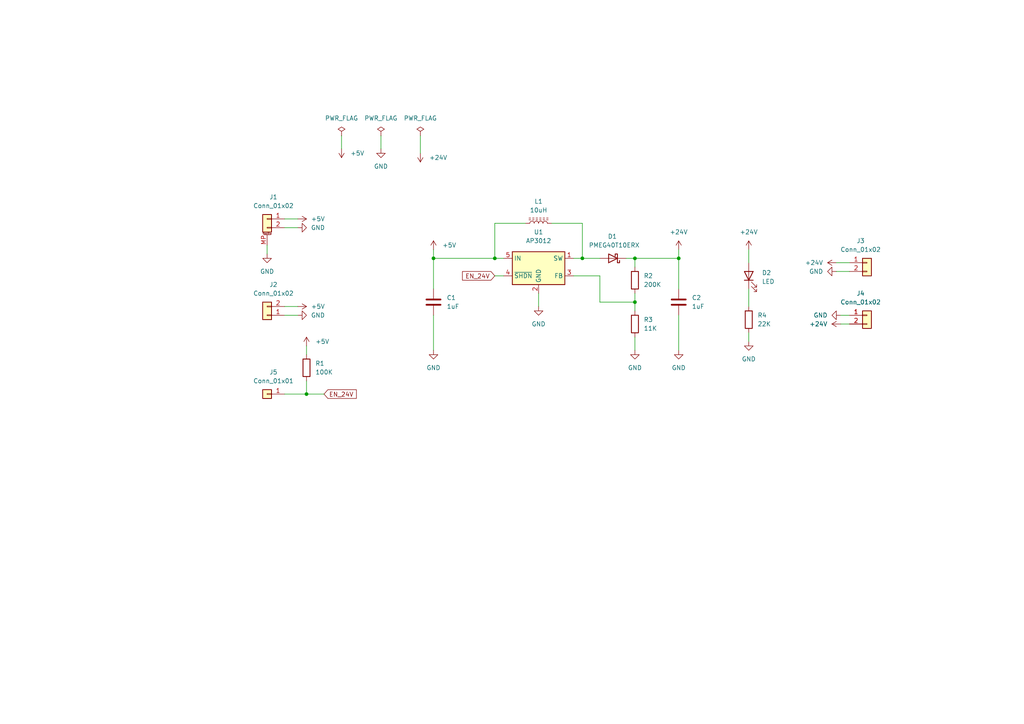
<source format=kicad_sch>
(kicad_sch (version 20211123) (generator eeschema)
  (paper "A4")
  (title_block (title "mod_boost_ap3012") (date "2022-01-08") (rev "v1.0") (company "Antoine163"))
  (lib_symbols
    (symbol "Connector_Generic:Conn_01x01" (pin_names (offset 1.016) hide)
      (property "Reference" "J" (at 0 2.54 0))
      (property "Value" "Conn_01x01" (at 0 -2.54 0))
      (symbol "Conn_01x01_1_1"
        (rectangle (start -1.27 0.127) (end 0 -0.127) (stroke (width 0.1524)))
        (rectangle (start -1.27 1.27) (end 1.27 -1.27) (stroke (width 0.254)) (fill (type background)))
        (pin passive line (at -5.08 0 0) (length 3.81) (name "Pin_1") (number "1"))
      )
    )
    (symbol "Connector_Generic:Conn_01x02" (pin_names (offset 1.016) hide)
      (property "Reference" "J" (at 0 2.54 0))
      (property "Value" "Conn_01x02" (at 0 -5.08 0))
      (symbol "Conn_01x02_1_1"
        (rectangle (start -1.27 -2.413) (end 0 -2.667) (stroke (width 0.1524)))
        (rectangle (start -1.27 0.127) (end 0 -0.127) (stroke (width 0.1524)))
        (rectangle (start -1.27 1.27) (end 1.27 -3.81) (stroke (width 0.254)) (fill (type background)))
        (pin passive line (at -5.08 0 0) (length 3.81) (name "Pin_1") (number "1"))
        (pin passive line (at -5.08 -2.54 0) (length 3.81) (name "Pin_2") (number "2"))
      )
    )
    (symbol "Connector_Generic_MountingPin:Conn_01x02_MountingPin" (pin_names (offset 1.016) hide)
      (property "Reference" "J" (at 0 2.54 0))
      (property "Value" "Conn_01x02_MountingPin" (at 1.27 -5.08 0))
      (symbol "Conn_01x02_MountingPin_1_1"
        (rectangle (start -1.27 -2.413) (end 0 -2.667) (stroke (width 0.1524)))
        (rectangle (start -1.27 0.127) (end 0 -0.127) (stroke (width 0.1524)))
        (rectangle (start -1.27 1.27) (end 1.27 -3.81) (stroke (width 0.254)) (fill (type background)))
        (polyline (pts (xy -1.016 -4.572) (xy 1.016 -4.572)) (stroke (width 0.1524)))
        (text "Mounting" (at 0 -4.191 0) (effects (font (size 0.381 0.381))))
        (pin passive line (at -5.08 0 0) (length 3.81) (name "Pin_1") (number "1"))
        (pin passive line (at -5.08 -2.54 0) (length 3.81) (name "Pin_2") (number "2"))
        (pin passive line (at 0 -7.62 90) (length 3.048) (name "MountPin") (number "MP"))
      )
    )
    (symbol "Device:C" (pin_numbers hide) (pin_names (offset 0.254))
      (property "Reference" "C" (at 0.635 2.54 0))
      (property "Value" "C" (at 0.635 -2.54 0))
      (symbol "C_0_1"
        (polyline (pts (xy -2.032 -0.762) (xy 2.032 -0.762)) (stroke (width 0.508)))
        (polyline (pts (xy -2.032 0.762) (xy 2.032 0.762)) (stroke (width 0.508)))
      )
      (symbol "C_1_1"
        (pin passive line (at 0 3.81 270) (length 2.794) (name "~") (number "1"))
        (pin passive line (at 0 -3.81 90) (length 2.794) (name "~") (number "2"))
      )
    )
    (symbol "Device:D_Schottky" (pin_numbers hide) (pin_names (offset 1.016) hide)
      (property "Reference" "D" (at 0 2.54 0))
      (property "Value" "D_Schottky" (at 0 -2.54 0))
      (symbol "D_Schottky_0_1"
        (polyline (pts (xy 1.27 0) (xy -1.27 0)))
        (polyline (pts (xy 1.27 1.27) (xy 1.27 -1.27) (xy -1.27 0) (xy 1.27 1.27)) (stroke (width 0.254)))
        (polyline (pts (xy -1.905 0.635) (xy -1.905 1.27) (xy -1.27 1.27) (xy -1.27 -1.27) (xy -0.635 -1.27) (xy -0.635 -0.635)) (stroke (width 0.254)))
      )
      (symbol "D_Schottky_1_1"
        (pin passive line (at -3.81 0 0) (length 2.54) (name "K") (number "1"))
        (pin passive line (at 3.81 0 180) (length 2.54) (name "A") (number "2"))
      )
    )
    (symbol "Device:LED" (pin_numbers hide) (pin_names (offset 1.016) hide)
      (property "Reference" "D" (at 0 2.54 0))
      (property "Value" "LED" (at 0 -2.54 0))
      (symbol "LED_0_1"
        (polyline (pts (xy -1.27 -1.27) (xy -1.27 1.27)) (stroke (width 0.254)))
        (polyline (pts (xy -1.27 0) (xy 1.27 0)))
        (polyline (pts (xy 1.27 -1.27) (xy 1.27 1.27) (xy -1.27 0) (xy 1.27 -1.27)) (stroke (width 0.254)))
        (polyline (pts (xy -3.048 -0.762) (xy -4.572 -2.286) (xy -3.81 -2.286) (xy -4.572 -2.286) (xy -4.572 -1.524)))
        (polyline (pts (xy -1.778 -0.762) (xy -3.302 -2.286) (xy -2.54 -2.286) (xy -3.302 -2.286) (xy -3.302 -1.524)))
      )
      (symbol "LED_1_1"
        (pin passive line (at -3.81 0 0) (length 2.54) (name "K") (number "1"))
        (pin passive line (at 3.81 0 180) (length 2.54) (name "A") (number "2"))
      )
    )
    (symbol "Device:L_Ferrite" (pin_numbers hide) (pin_names (offset 1.016) hide)
      (property "Reference" "L" (at -1.27 0 90))
      (property "Value" "L_Ferrite" (at 2.794 0 90))
      (symbol "L_Ferrite_0_1"
        (arc (start 0 -2.54) (mid 0.635 -1.905) (end 0 -1.27))
        (arc (start 0 -1.27) (mid 0.635 -0.635) (end 0 0))
        (polyline (pts (xy 1.016 -2.794) (xy 1.016 -2.286)))
        (polyline (pts (xy 1.016 -1.778) (xy 1.016 -1.27)))
        (polyline (pts (xy 1.016 -0.762) (xy 1.016 -0.254)))
        (polyline (pts (xy 1.016 0.254) (xy 1.016 0.762)))
        (polyline (pts (xy 1.016 1.27) (xy 1.016 1.778)))
        (polyline (pts (xy 1.016 2.286) (xy 1.016 2.794)))
        (polyline (pts (xy 1.524 -2.286) (xy 1.524 -2.794)))
        (polyline (pts (xy 1.524 -1.27) (xy 1.524 -1.778)))
        (polyline (pts (xy 1.524 -0.254) (xy 1.524 -0.762)))
        (polyline (pts (xy 1.524 0.762) (xy 1.524 0.254)))
        (polyline (pts (xy 1.524 1.778) (xy 1.524 1.27)))
        (polyline (pts (xy 1.524 2.794) (xy 1.524 2.286)))
        (arc (start 0 0) (mid 0.635 0.635) (end 0 1.27))
        (arc (start 0 1.27) (mid 0.635 1.905) (end 0 2.54))
      )
      (symbol "L_Ferrite_1_1"
        (pin passive line (at 0 3.81 270) (length 1.27) (name "1") (number "1"))
        (pin passive line (at 0 -3.81 90) (length 1.27) (name "2") (number "2"))
      )
    )
    (symbol "Device:R" (pin_numbers hide) (pin_names (offset 0))
      (property "Reference" "R" (at 2.032 0 90))
      (property "Value" "R" (at 0 0 90))
      (symbol "R_0_1"
        (rectangle (start -1.016 -2.54) (end 1.016 2.54) (stroke (width 0.254)))
      )
      (symbol "R_1_1"
        (pin passive line (at 0 3.81 270) (length 1.27) (name "~") (number "1"))
        (pin passive line (at 0 -3.81 90) (length 1.27) (name "~") (number "2"))
      )
    )
    (symbol "Regulator_Switching:AP3012"
      (property "Reference" "U" (at -7.62 5.715 0))
      (property "Value" "AP3012" (at 0 5.715 0))
      (symbol "AP3012_0_1"
        (rectangle (start -7.62 4.445) (end 7.62 -5.08) (stroke (width 0.254)) (fill (type background)))
      )
      (symbol "AP3012_1_1"
        (pin passive line (at 10.16 2.54 180) (length 2.54) (name "SW") (number "1"))
        (pin power_in line (at 0 -7.62 90) (length 2.54) (name "GND") (number "2"))
        (pin input line (at 10.16 -2.54 180) (length 2.54) (name "FB") (number "3"))
        (pin input line (at -10.16 -2.54 0) (length 2.54) (name "~{SHDN}") (number "4"))
        (pin power_in line (at -10.16 2.54 0) (length 2.54) (name "IN") (number "5"))
      )
    )
    (symbol "power:+24V" (power) (pin_names (offset 0))
      (property "Value" "+24V" (at 0 3.556 0))
      (symbol "+24V_0_1"
        (polyline (pts (xy -0.762 1.27) (xy 0 2.54)))
        (polyline (pts (xy 0 0) (xy 0 2.54)))
        (polyline (pts (xy 0 2.54) (xy 0.762 1.27)))
      )
      (symbol "+24V_1_1"
        (pin power_in line (at 0 0 90) (length 0) hide (name "+24V") (number "1"))
      )
    )
    (symbol "power:+5V" (power) (pin_names (offset 0))
      (property "Value" "+5V" (at 0 3.556 0))
      (symbol "+5V_0_1"
        (polyline (pts (xy -0.762 1.27) (xy 0 2.54)))
        (polyline (pts (xy 0 0) (xy 0 2.54)))
        (polyline (pts (xy 0 2.54) (xy 0.762 1.27)))
      )
      (symbol "+5V_1_1"
        (pin power_in line (at 0 0 90) (length 0) hide (name "+5V") (number "1"))
      )
    )
    (symbol "power:GND" (power) (pin_names (offset 0))
      (property "Value" "GND" (at 0 -3.81 0))
      (symbol "GND_0_1"
        (polyline (pts (xy 0 0) (xy 0 -1.27) (xy 1.27 -1.27) (xy 0 -2.54) (xy -1.27 -1.27) (xy 0 -1.27)))
      )
      (symbol "GND_1_1"
        (pin power_in line (at 0 0 270) (length 0) hide (name "GND") (number "1"))
      )
    )
    (symbol "power:PWR_FLAG" (power) (pin_numbers hide) (pin_names (offset 0) hide)
      (property "Value" "PWR_FLAG" (at 0 3.81 0))
      (symbol "PWR_FLAG_0_0"
        (pin power_out line (at 0 0 90) (length 0) (name "pwr") (number "1"))
      )
      (symbol "PWR_FLAG_0_1"
        (polyline (pts (xy 0 0) (xy 0 1.27) (xy -1.016 1.905) (xy 0 2.54) (xy 1.016 1.905) (xy 0 1.27)))
      )
    )
  )
  (junction (at 125.73 74.93))
  (junction (at 88.9 114.3))
  (junction (at 143.51 74.93))
  (junction (at 184.15 74.93))
  (junction (at 196.85 74.93))
  (junction (at 184.15 87.63))
  (junction (at 168.91 74.93))
  (wire (pts (xy 217.17 96.52) (xy 217.17 99.06)))
  (wire (pts (xy 217.17 72.39) (xy 217.17 76.2)))
  (wire (pts (xy 168.91 74.93) (xy 173.99 74.93)))
  (wire (pts (xy 82.55 63.5) (xy 86.36 63.5)))
  (wire (pts (xy 88.9 114.3) (xy 93.98 114.3)))
  (wire (pts (xy 82.55 114.3) (xy 88.9 114.3)))
  (wire (pts (xy 82.55 91.44) (xy 86.36 91.44)))
  (wire (pts (xy 121.92 39.37) (xy 121.92 44.45)))
  (wire (pts (xy 146.05 74.93) (xy 143.51 74.93)))
  (wire (pts (xy 125.73 74.93) (xy 143.51 74.93)))
  (wire (pts (xy 125.73 74.93) (xy 125.73 83.82)))
  (wire (pts (xy 156.21 85.09) (xy 156.21 88.9)))
  (wire (pts (xy 88.9 100.33) (xy 88.9 102.87)))
  (wire (pts (xy 152.4 64.77) (xy 143.51 64.77)))
  (wire (pts (xy 143.51 64.77) (xy 143.51 74.93)))
  (wire (pts (xy 246.38 93.98) (xy 243.84 93.98)))
  (wire (pts (xy 143.51 80.01) (xy 146.05 80.01)))
  (wire (pts (xy 184.15 74.93) (xy 181.61 74.93)))
  (wire (pts (xy 184.15 77.47) (xy 184.15 74.93)))
  (wire (pts (xy 125.73 72.39) (xy 125.73 74.93)))
  (wire (pts (xy 168.91 64.77) (xy 168.91 74.93)))
  (wire (pts (xy 168.91 74.93) (xy 166.37 74.93)))
  (wire (pts (xy 99.06 39.37) (xy 99.06 43.18)))
  (wire (pts (xy 196.85 91.44) (xy 196.85 101.6)))
  (wire (pts (xy 82.55 88.9) (xy 86.36 88.9)))
  (wire (pts (xy 82.55 66.04) (xy 86.36 66.04)))
  (wire (pts (xy 196.85 72.39) (xy 196.85 74.93)))
  (wire (pts (xy 125.73 91.44) (xy 125.73 101.6)))
  (wire (pts (xy 246.38 76.2) (xy 242.57 76.2)))
  (wire (pts (xy 246.38 78.74) (xy 242.57 78.74)))
  (wire (pts (xy 173.99 87.63) (xy 173.99 80.01)))
  (wire (pts (xy 184.15 87.63) (xy 173.99 87.63)))
  (wire (pts (xy 173.99 80.01) (xy 166.37 80.01)))
  (wire (pts (xy 246.38 91.44) (xy 243.84 91.44)))
  (wire (pts (xy 88.9 110.49) (xy 88.9 114.3)))
  (wire (pts (xy 160.02 64.77) (xy 168.91 64.77)))
  (wire (pts (xy 77.47 71.12) (xy 77.47 73.66)))
  (wire (pts (xy 184.15 85.09) (xy 184.15 87.63)))
  (wire (pts (xy 184.15 87.63) (xy 184.15 90.17)))
  (wire (pts (xy 217.17 83.82) (xy 217.17 88.9)))
  (wire (pts (xy 110.49 39.37) (xy 110.49 43.18)))
  (wire (pts (xy 184.15 97.79) (xy 184.15 101.6)))
  (wire (pts (xy 184.15 74.93) (xy 196.85 74.93)))
  (wire (pts (xy 196.85 74.93) (xy 196.85 83.82)))
  (global_label "EN_24V" (shape input) (at 143.51 80.01 180) (property "Intersheet References" "${INTERSHEET_REFS}" (effects hide)))
  (global_label "EN_24V" (shape input) (at 93.98 114.3 0) (property "Intersheet References" "${INTERSHEET_REFS}" (effects hide)))
  (symbol (lib_id "power:GND") (at 86.36 91.44 90) (unit 1)
    (property "Reference" "#PWR0113" (effects hide))
    (property "Value" "GND" (at 90.17 91.4399 90) (effects (justify right)))
  )
  (symbol (lib_id "Device:L_Ferrite") (at 156.21 64.77 90) (unit 1)
    (property "Reference" "L1" (at 156.21 58.42 90))
    (property "Value" "10uH" (at 156.21 60.96 90))
    (property "Footprint" "AM163:L_TDK_VLS252012HBX_Handsoldering" (effects hide))
    (property "Datasheet" "https://product.tdk.com/system/files/dam/doc/product/inductor/inductor/smd/catalog/inductor_commercial_power_vls252012hbx-1_en.pdf" (effects hide))
    (property "Vendor" "TDK:VLS252012HBX-100M-1" (effects hide))
  )
  (symbol (lib_id "Device:R") (at 184.15 93.98 0) (unit 1)
    (property "Reference" "R3" (at 186.69 92.7099 0) (effects (justify left)))
    (property "Value" "11K" (at 186.69 95.2499 0) (effects (justify left)))
    (property "Footprint" "Resistor_SMD:R_0402_1005Metric_Pad0.72x0.64mm_HandSolder" (effects hide))
  )
  (symbol (lib_id "power:GND") (at 156.21 88.9 0) (unit 1)
    (property "Reference" "#PWR0101" (effects hide))
    (property "Value" "GND" (at 156.21 93.98 0))
  )
  (symbol (lib_id "power:GND") (at 243.84 91.44 270) (mirror x) (unit 1)
    (property "Reference" "#PWR0106" (effects hide))
    (property "Value" "GND" (at 240.03 91.4399 90) (effects (justify right)))
  )
  (symbol (lib_id "power:+24V") (at 217.17 72.39 0) (unit 1)
    (property "Reference" "#PWR0116" (effects hide))
    (property "Value" "+24V" (at 217.17 67.31 0))
  )
  (symbol (lib_id "power:+24V") (at 243.84 93.98 90) (mirror x) (unit 1)
    (property "Reference" "#PWR0103" (effects hide))
    (property "Value" "+24V" (at 240.03 93.9799 90) (effects (justify left)))
  )
  (symbol (lib_id "Connector_Generic:Conn_01x01") (at 77.47 114.3 180) (unit 1)
    (property "Reference" "J5" (at 79.3115 107.95 0))
    (property "Value" "Conn_01x01" (at 79.3115 110.49 0))
    (property "Footprint" "Connector_PinHeader_2.54mm:PinHeader_1x01_P2.54mm_Vertical" (effects hide))
  )
  (symbol (lib_id "power:+5V") (at 88.9 100.33 0) (unit 1)
    (property "Reference" "#PWR0118" (effects hide))
    (property "Value" "+5V" (at 91.44 99.0599 0) (effects (justify left)))
  )
  (symbol (lib_id "Connector_Generic_MountingPin:Conn_01x02_MountingPin") (at 77.47 63.5 0) (mirror y) (unit 1)
    (property "Reference" "J1" (at 79.3115 57.15 0))
    (property "Value" "Conn_01x02" (at 79.3115 59.69 0))
    (property "Footprint" "Connector_JST:JST_PH_S2B-PH-SM4-TB_1x02-1MP_P2.00mm_Horizontal" (effects hide))
    (property "Vendor" "JST:B2B-PH-K-S" (effects hide))
  )
  (symbol (lib_id "power:GND") (at 86.36 66.04 90) (unit 1)
    (property "Reference" "#PWR0114" (effects hide))
    (property "Value" "GND" (at 90.17 66.0399 90) (effects (justify right)))
  )
  (symbol (lib_id "power:GND") (at 184.15 101.6 0) (unit 1)
    (property "Reference" "#PWR0105" (effects hide))
    (property "Value" "GND" (at 184.15 106.68 0))
  )
  (symbol (lib_id "Connector_Generic:Conn_01x02") (at 251.46 91.44 0) (unit 1)
    (property "Reference" "J4" (at 249.6185 85.09 0))
    (property "Value" "Conn_01x02" (at 249.6185 87.63 0))
    (property "Footprint" "Connector_PinHeader_2.54mm:PinHeader_1x02_P2.54mm_Vertical" (effects hide))
  )
  (symbol (lib_id "Device:R") (at 217.17 92.71 0) (unit 1)
    (property "Reference" "R4" (at 219.71 91.4399 0) (effects (justify left)))
    (property "Value" "22K" (at 219.71 93.9799 0) (effects (justify left)))
    (property "Footprint" "Resistor_SMD:R_0402_1005Metric_Pad0.72x0.64mm_HandSolder" (effects hide))
  )
  (symbol (lib_id "power:+24V") (at 196.85 72.39 0) (unit 1)
    (property "Reference" "#PWR0107" (effects hide))
    (property "Value" "+24V" (at 196.85 67.31 0))
  )
  (symbol (lib_id "power:GND") (at 242.57 78.74 270) (mirror x) (unit 1)
    (property "Reference" "#PWR0108" (effects hide))
    (property "Value" "GND" (at 238.76 78.7399 90) (effects (justify right)))
  )
  (symbol (lib_id "power:GND") (at 110.49 43.18 0) (unit 1)
    (property "Reference" "#PWR0120" (effects hide))
    (property "Value" "GND" (at 110.49 48.26 0))
  )
  (symbol (lib_id "Device:LED") (at 217.17 80.01 90) (unit 1)
    (property "Reference" "D2" (at 220.98 79.1209 90) (effects (justify right)))
    (property "Value" "LED" (at 220.98 81.6609 90) (effects (justify right)))
    (property "Footprint" "LED_SMD:LED_0603_1608Metric_Pad1.05x0.95mm_HandSolder" (effects hide))
    (property "Datasheet" "https://www.we-online.com/catalog/datasheet/150060SS75000.pdf" (effects hide))
    (property "Vendor" "Wurth:150060SS75000" (effects hide))
  )
  (symbol (lib_id "power:PWR_FLAG") (at 121.92 39.37 0) (unit 1)
    (property "Reference" "#FLG0103" (effects hide))
    (property "Value" "PWR_FLAG" (at 121.92 34.29 0))
  )
  (symbol (lib_id "power:+5V") (at 125.73 72.39 0) (unit 1)
    (property "Reference" "#PWR0110" (effects hide))
    (property "Value" "+5V" (at 128.27 71.1199 0) (effects (justify left)))
  )
  (symbol (lib_id "power:+24V") (at 242.57 76.2 90) (mirror x) (unit 1)
    (property "Reference" "#PWR0109" (effects hide))
    (property "Value" "+24V" (at 238.76 76.1999 90) (effects (justify left)))
  )
  (symbol (lib_id "power:GND") (at 217.17 99.06 0) (unit 1)
    (property "Reference" "#PWR0115" (effects hide))
    (property "Value" "GND" (at 217.17 104.14 0))
  )
  (symbol (lib_id "power:GND") (at 196.85 101.6 0) (unit 1)
    (property "Reference" "#PWR0104" (effects hide))
    (property "Value" "GND" (at 196.85 106.68 0))
  )
  (symbol (lib_id "Device:C") (at 125.73 87.63 0) (unit 1)
    (property "Reference" "C1" (at 129.54 86.3599 0) (effects (justify left)))
    (property "Value" "1uF" (at 129.54 88.8999 0) (effects (justify left)))
    (property "Footprint" "Capacitor_SMD:C_0603_1608Metric_Pad1.08x0.95mm_HandSolder" (effects hide))
  )
  (symbol (lib_id "power:+5V") (at 99.06 43.18 180) (unit 1)
    (property "Reference" "#PWR0119" (effects hide))
    (property "Value" "+5V" (at 101.6 44.4498 0) (effects (justify right)))
  )
  (symbol (lib_id "Device:R") (at 184.15 81.28 0) (unit 1)
    (property "Reference" "R2" (at 186.69 80.0099 0) (effects (justify left)))
    (property "Value" "200K" (at 186.69 82.5499 0) (effects (justify left)))
    (property "Footprint" "Resistor_SMD:R_0402_1005Metric_Pad0.72x0.64mm_HandSolder" (effects hide))
  )
  (symbol (lib_id "power:PWR_FLAG") (at 99.06 39.37 0) (unit 1)
    (property "Reference" "#FLG0101" (effects hide))
    (property "Value" "PWR_FLAG" (at 99.06 34.29 0))
  )
  (symbol (lib_id "power:+24V") (at 121.92 44.45 180) (unit 1)
    (property "Reference" "#PWR0121" (effects hide))
    (property "Value" "+24V" (at 124.46 45.7198 0) (effects (justify right)))
  )
  (symbol (lib_id "Device:D_Schottky") (at 177.8 74.93 180) (unit 1)
    (property "Reference" "D1" (at 178.9684 68.58 0) (effects (justify left)))
    (property "Value" "PMEG40T10ERX" (at 185.547 71.12 0) (effects (justify left)))
    (property "Footprint" "Diode_SMD:Nexperia_CFP3_SOD-123W" (effects hide))
    (property "Datasheet" "https://assets.nexperia.com/documents/data-sheet/PMEG40T10ER.pdf" (effects hide))
    (property "Vendor" "Nexperia:PMEG40T10ERX" (effects hide))
  )
  (symbol (lib_id "power:PWR_FLAG") (at 110.49 39.37 0) (unit 1)
    (property "Reference" "#FLG0102" (effects hide))
    (property "Value" "PWR_FLAG" (at 110.49 34.29 0))
  )
  (symbol (lib_id "Device:R") (at 88.9 106.68 0) (unit 1)
    (property "Reference" "R1" (at 91.44 105.4099 0) (effects (justify left)))
    (property "Value" "100K" (at 91.44 107.9499 0) (effects (justify left)))
    (property "Footprint" "Resistor_SMD:R_0402_1005Metric_Pad0.72x0.64mm_HandSolder" (effects hide))
  )
  (symbol (lib_id "Connector_Generic:Conn_01x02") (at 77.47 91.44 180) (unit 1)
    (property "Reference" "J2" (at 79.3115 82.55 0))
    (property "Value" "Conn_01x02" (at 79.3115 85.09 0))
    (property "Footprint" "Connector_PinHeader_2.54mm:PinHeader_1x02_P2.54mm_Vertical" (effects hide))
  )
  (symbol (lib_id "Connector_Generic:Conn_01x02") (at 251.46 76.2 0) (unit 1)
    (property "Reference" "J3" (at 249.6185 69.85 0))
    (property "Value" "Conn_01x02" (at 249.6185 72.39 0))
    (property "Footprint" "Connector_JST:JST_PH_B2B-PH-K_1x02_P2.00mm_Vertical" (effects hide))
    (property "Datasheet" "https://www.jst.fr/core/file.get?path=doc/jst/family/pdf/ePH.pdf" (effects hide))
    (property "Vendor" "JST:B2B-PH-K-S" (effects hide))
  )
  (symbol (lib_id "Regulator_Switching:AP3012") (at 156.21 77.47 0) (unit 1)
    (property "Reference" "U1" (at 156.21 67.31 0))
    (property "Value" "AP3012" (at 156.21 69.85 0))
    (property "Footprint" "Package_TO_SOT_SMD:SOT-23-5" (effects hide))
    (property "Datasheet" "https://www.diodes.com/assets/Datasheets/AP3012.pdf" (effects hide))
  )
  (symbol (lib_id "power:GND") (at 125.73 101.6 0) (unit 1)
    (property "Reference" "#PWR0102" (effects hide))
    (property "Value" "GND" (at 125.73 106.68 0))
  )
  (symbol (lib_id "power:GND") (at 77.47 73.66 0) (unit 1)
    (property "Reference" "#PWR0117" (effects hide))
    (property "Value" "GND" (at 77.47 78.74 0))
  )
  (symbol (lib_id "power:+5V") (at 86.36 63.5 270) (unit 1)
    (property "Reference" "#PWR0111" (effects hide))
    (property "Value" "+5V" (at 90.17 63.4999 90) (effects (justify left)))
  )
  (symbol (lib_id "power:+5V") (at 86.36 88.9 270) (unit 1)
    (property "Reference" "#PWR0112" (effects hide))
    (property "Value" "+5V" (at 90.17 88.8999 90) (effects (justify left)))
  )
  (symbol (lib_id "Device:C") (at 196.85 87.63 0) (unit 1)
    (property "Reference" "C2" (at 200.66 86.3599 0) (effects (justify left)))
    (property "Value" "1uF" (at 200.66 88.8999 0) (effects (justify left)))
    (property "Footprint" "Capacitor_SMD:C_0603_1608Metric_Pad1.08x0.95mm_HandSolder" (effects hide))
  )
)
</source>
